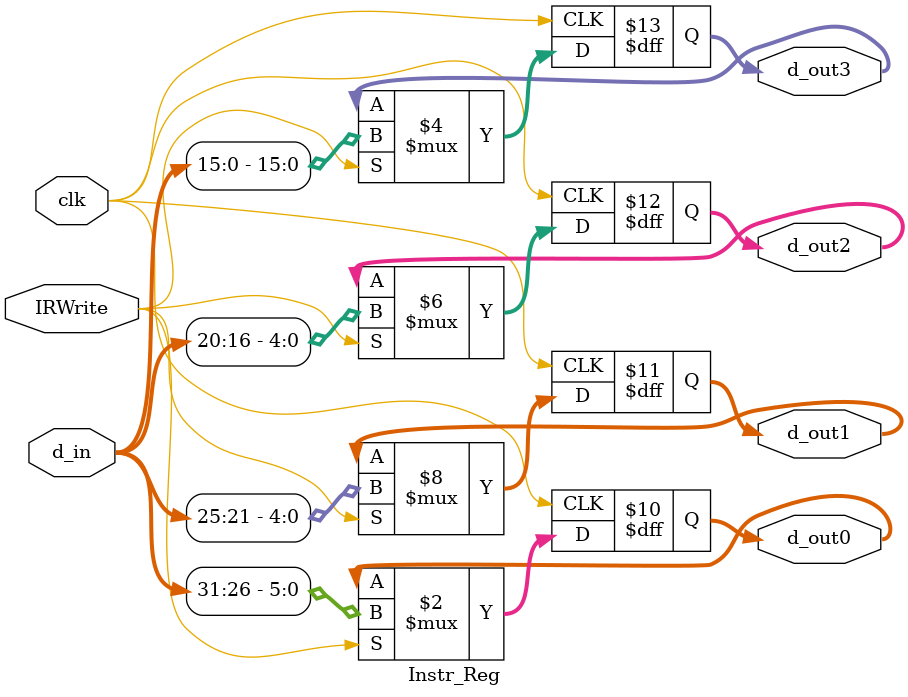
<source format=v>
`timescale 1ns / 1ps


module Instr_Reg(
    input clk,IRWrite,
    input [31:0] d_in,
    output reg [5:0] d_out0,    //op
    output reg [4:0] d_out1,d_out2, //rs,rt
    output reg [15:0] d_out3
    );

    always @(posedge clk)
        if(IRWrite)
            {d_out0,d_out1,d_out2,d_out3} <= d_in;

endmodule

</source>
